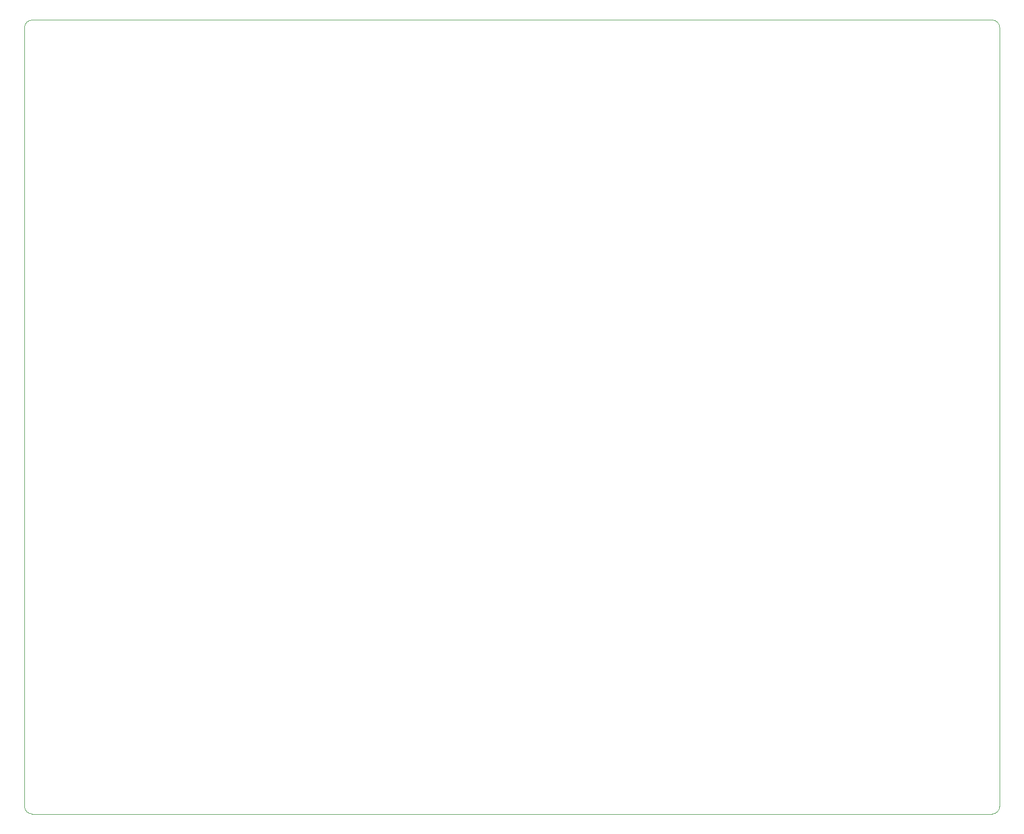
<source format=gbr>
%TF.GenerationSoftware,KiCad,Pcbnew,9.0.1*%
%TF.CreationDate,2025-06-08T13:48:49-07:00*%
%TF.ProjectId,pcm3168a_euro1,70636d33-3136-4386-915f-6575726f312e,rev?*%
%TF.SameCoordinates,Original*%
%TF.FileFunction,Profile,NP*%
%FSLAX46Y46*%
G04 Gerber Fmt 4.6, Leading zero omitted, Abs format (unit mm)*
G04 Created by KiCad (PCBNEW 9.0.1) date 2025-06-08 13:48:49*
%MOMM*%
%LPD*%
G01*
G04 APERTURE LIST*
%TA.AperFunction,Profile*%
%ADD10C,0.050000*%
%TD*%
G04 APERTURE END LIST*
D10*
X248967500Y-197918300D02*
G75*
G02*
X247697500Y-199188300I-1270000J0D01*
G01*
X248967500Y-67946500D02*
X248967500Y-197918300D01*
X87525100Y-199188300D02*
G75*
G02*
X86255100Y-197918300I0J1270000D01*
G01*
X86255100Y-197918300D02*
X86255100Y-67946500D01*
X247697500Y-199188300D02*
X87525100Y-199188300D01*
X86255100Y-67946500D02*
G75*
G02*
X87525100Y-66676500I1270000J0D01*
G01*
X247697500Y-66676500D02*
G75*
G02*
X248967500Y-67946500I0J-1270000D01*
G01*
X87525100Y-66676500D02*
X247697500Y-66676500D01*
M02*

</source>
